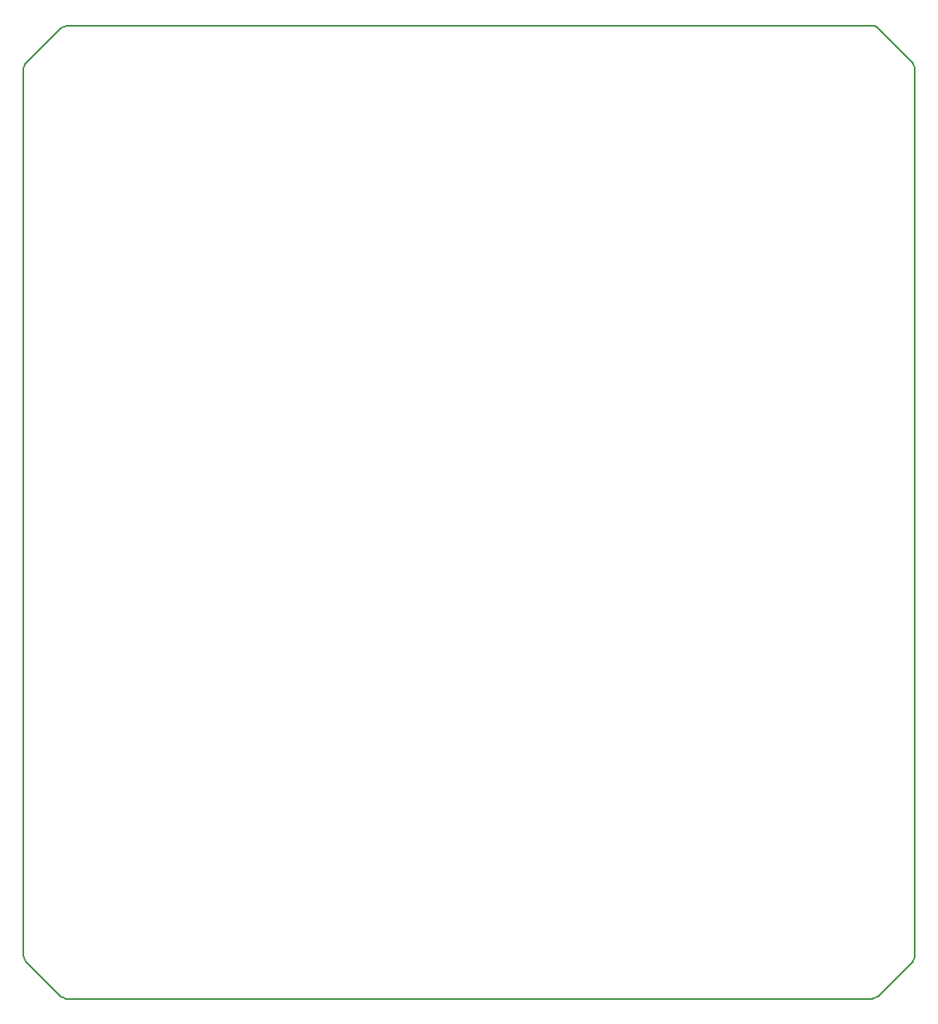
<source format=gm1>
%TF.GenerationSoftware,KiCad,Pcbnew,8.0.2*%
%TF.CreationDate,2024-05-28T09:54:11+02:00*%
%TF.ProjectId,esp_mini_open_brd,6573705f-6d69-46e6-995f-6f70656e5f62,rev?*%
%TF.SameCoordinates,Original*%
%TF.FileFunction,Profile,NP*%
%FSLAX46Y46*%
G04 Gerber Fmt 4.6, Leading zero omitted, Abs format (unit mm)*
G04 Created by KiCad (PCBNEW 8.0.2) date 2024-05-28 09:54:11*
%MOMM*%
%LPD*%
G01*
G04 APERTURE LIST*
%TA.AperFunction,Profile*%
%ADD10C,0.200000*%
%TD*%
G04 APERTURE END LIST*
D10*
X92605638Y-58845281D02*
X92605638Y-149182539D01*
X183405638Y-149182539D02*
X183405638Y-58845281D01*
X92605638Y-58845281D02*
G75*
G02*
X92839970Y-58279612I799962J-19D01*
G01*
X92839953Y-149748225D02*
X96371324Y-153279596D01*
X96371324Y-54748224D02*
G75*
G02*
X96937009Y-54513913I565676J-565676D01*
G01*
X179639952Y-153279596D02*
G75*
G02*
X179074267Y-153513884I-565652J565696D01*
G01*
X179218397Y-54455114D02*
G75*
G02*
X179544404Y-54652692I-239597J-763086D01*
G01*
X179544412Y-54652684D02*
X183171324Y-58279596D01*
X183405638Y-149182539D02*
G75*
G02*
X183171332Y-149748234I-800138J39D01*
G01*
X92839953Y-149748225D02*
G75*
G02*
X92605611Y-149182539I565447J565625D01*
G01*
X96937009Y-54513910D02*
X126605638Y-54513910D01*
X183171323Y-149748225D02*
X179639952Y-153279596D01*
X96937009Y-153513910D02*
G75*
G02*
X96371318Y-153279602I-9J800010D01*
G01*
X96937009Y-153513910D02*
X179074267Y-153513910D01*
X179218397Y-54455114D02*
X126605638Y-54513910D01*
X92839953Y-58279595D02*
X96371324Y-54748224D01*
X183171324Y-58279596D02*
G75*
G02*
X183405640Y-58845281I-565724J-565704D01*
G01*
M02*

</source>
